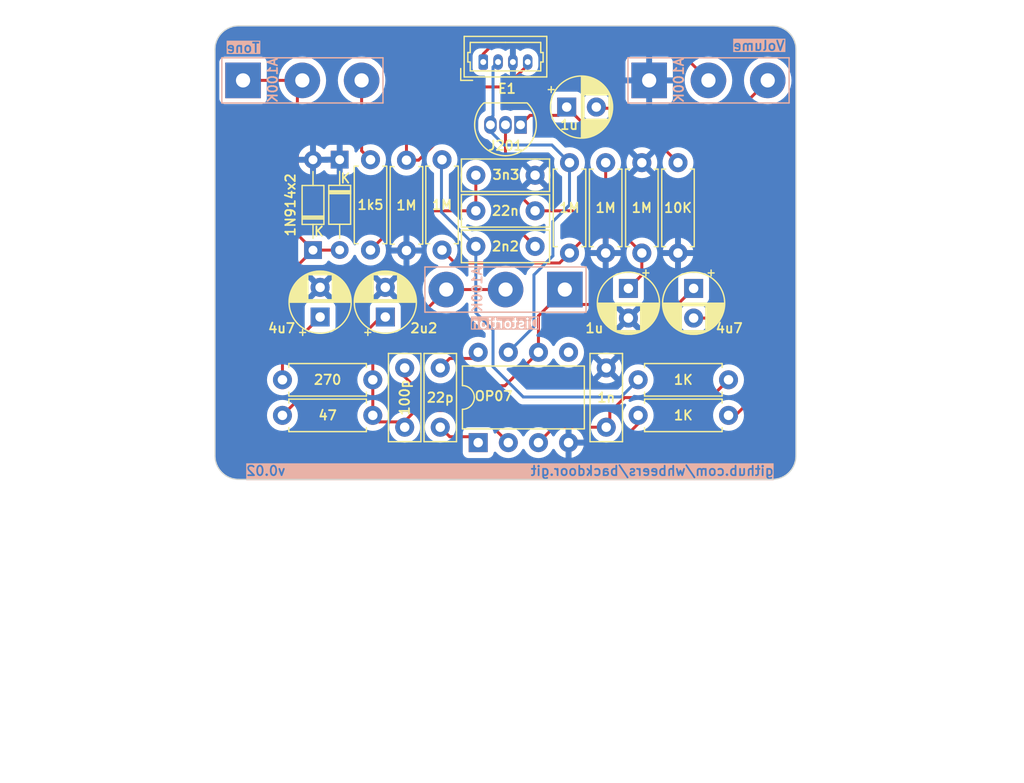
<source format=kicad_pcb>
(kicad_pcb (version 20221018) (generator pcbnew)
  (title_block (title "\"Backdoor\" Distortion effect") (date "2023-03-26") (rev "v0.02") (comment 1 "github.com/whbeers/backdoor.git"))
  (layers (0 "F.Cu" signal) (31 "B.Cu" power) (36 "B.SilkS" user "B.Silkscreen") (37 "F.SilkS" user "F.Silkscreen") (38 "B.Mask" user) (39 "F.Mask" user) (44 "Edge.Cuts" user))
  (net 0 "")
  (net 1 "/VREF")
  (net 2 "GND")
  (net 3 "/OA_NonInv")
  (net 4 "/EFFECT_IN")
  (net 5 "/OA_Inv")
  (net 6 "/OA_Out")
  (net 7 "Net-(C7-Pad1)")
  (net 8 "Net-(C8-Pad1)")
  (net 9 "Net-(C9-Pad2)")
  (net 10 "/DC_Biased")
  (net 11 "/OA_Comp2")
  (net 12 "Net-(C11-Pad1)")
  (net 13 "/OA_Comp1")
  (net 14 "/Pre-Buffer")
  (net 15 "/Pre-Volume")
  (net 16 "/EFFECT_OUT")
  (net 17 "/9V0")
  (net 18 "Net-(R10-Pad1)")
  (net 20 "/Clip")
  (net 21 "/Buffer_Out")
  (footprint "Resistor_THT:R_Axial_DIN0207_L6.3mm_D2.5mm_P7.62mm_Horizontal" (layer "F.Cu") (at 122.2 34.04 -90)
    (fp_text reference "R5")
    (fp_text value "1M" (at 3.81 0 -180) (layer "F.SilkS") (effects (font (size 0.8 0.8))))
    (pad "1" thru_hole circle (at 0 0 270) (size 1.6 1.6) (drill 0.8) (layers "*.Cu" "*.Mask") (net 14 "/Pre-Buffer"))
    (pad "2" thru_hole oval (at 7.62 0 270) (size 1.6 1.6) (drill 0.8) (layers "*.Cu" "*.Mask") (net 2 "GND"))
  )
  (footprint "Capacitor_THT:CP_Radial_D5.0mm_P2.50mm" (layer "F.Cu") (at 129.6175 44.644888 -90)
    (fp_text reference "C9")
    (fp_text value "4u7" (at 3.355112 -3 -180) (layer "F.SilkS") (effects (font (size 0.8 0.8))))
    (pad "1" thru_hole rect (at 0 0 270) (size 1.6 1.6) (drill 0.8) (layers "*.Cu" "*.Mask") (net 6 "/OA_Out"))
    (pad "2" thru_hole circle (at 2.5 0 270) (size 1.6 1.6) (drill 0.8) (layers "*.Cu" "*.Mask") (net 9 "Net-(C9-Pad2)"))
  )
  (footprint "Resistor_THT:R_Axial_DIN0207_L6.3mm_D2.5mm_P7.62mm_Horizontal" (layer "F.Cu") (at 124.94 52.35)
    (fp_text reference "R6")
    (fp_text value "1K" (at 3.81 0) (layer "F.SilkS") (effects (font (size 0.8 0.8))))
    (pad "1" thru_hole circle (at 0 0) (size 1.6 1.6) (drill 0.8) (layers "*.Cu" "*.Mask") (net 10 "/DC_Biased"))
    (pad "2" thru_hole oval (at 7.62 0) (size 1.6 1.6) (drill 0.8) (layers "*.Cu" "*.Mask") (net 3 "/OA_NonInv"))
  )
  (footprint "Capacitor_THT:CP_Radial_D5.0mm_P2.50mm" (layer "F.Cu") (at 103.6175 47.055113 90)
    (fp_text reference "C7")
    (fp_text value "2u2" (at -0.944887 3.25 180) (layer "F.SilkS") (effects (font (size 0.8 0.8))))
    (pad "1" thru_hole rect (at 0 0 90) (size 1.6 1.6) (drill 0.8) (layers "*.Cu" "*.Mask") (net 7 "Net-(C7-Pad1)"))
    (pad "2" thru_hole circle (at 2.5 0 90) (size 1.6 1.6) (drill 0.8) (layers "*.Cu" "*.Mask") (net 2 "GND"))
  )
  (footprint "backdoor:Molex_PicoBlade_53047-0410_1x04_P1.25mm_Vertical_with_3D_Model" (layer "F.Cu") (at 111.875 25.55)
    (fp_text reference "J1")
    (fp_text value "E1" (at 2 2.25) (layer "F.SilkS" knockout) (effects (font (size 0.8 0.8))))
    (pad "1" thru_hole roundrect (at 0 0) (size 0.8 1.3) (drill 0.5) (layers "*.Cu" "*.Mask") (net 16 "/EFFECT_OUT"))
    (pad "2" thru_hole oval (at 1.25 0) (size 0.8 1.3) (drill 0.5) (layers "*.Cu" "*.Mask") (net 17 "/9V0"))
    (pad "3" thru_hole oval (at 2.5 0) (size 0.8 1.3) (drill 0.5) (layers "*.Cu" "*.Mask") (net 2 "GND"))
    (pad "4" thru_hole oval (at 3.75 0) (size 0.8 1.3) (drill 0.5) (layers "*.Cu" "*.Mask") (net 4 "/EFFECT_IN"))
  )
  (footprint "Capacitor_THT:C_Rect_L7.2mm_W2.5mm_P5.00mm_FKS2_FKP2_MKS2_MKP2" (layer "F.Cu") (at 122.25 56.35 90)
    (fp_text reference "C2")
    (fp_text value "1n" (at 2.5 0 180) (layer "F.SilkS") (effects (font (size 0.8 0.8))))
    (pad "1" thru_hole circle (at 0 0 90) (size 1.6 1.6) (drill 0.8) (layers "*.Cu" "*.Mask") (net 3 "/OA_NonInv"))
    (pad "2" thru_hole circle (at 5 0 90) (size 1.6 1.6) (drill 0.8) (layers "*.Cu" "*.Mask") (net 2 "GND"))
  )
  (footprint "Capacitor_THT:CP_Radial_D5.0mm_P2.50mm" (layer "F.Cu") (at 124.1175 44.644888 -90)
    (fp_text reference "C1")
    (fp_text value "1u" (at 3.355112 2.8675 -180) (layer "F.SilkS") (effects (font (size 0.8 0.8))))
    (pad "1" thru_hole rect (at 0 0 270) (size 1.6 1.6) (drill 0.8) (layers "*.Cu" "*.Mask") (net 1 "/VREF"))
    (pad "2" thru_hole circle (at 2.5 0 270) (size 1.6 1.6) (drill 0.8) (layers "*.Cu" "*.Mask") (net 2 "GND"))
  )
  (footprint "Resistor_THT:R_Axial_DIN0207_L6.3mm_D2.5mm_P7.62mm_Horizontal" (layer "F.Cu") (at 119.15 41.66 90)
    (fp_text reference "R1")
    (fp_text value "1M" (at 3.81 0 180) (layer "F.SilkS") (effects (font (size 0.8 0.8))))
    (pad "1" thru_hole circle (at 0 0 90) (size 1.6 1.6) (drill 0.8) (layers "*.Cu" "*.Mask") (net 1 "/VREF"))
    (pad "2" thru_hole oval (at 7.62 0 90) (size 1.6 1.6) (drill 0.8) (layers "*.Cu" "*.Mask") (net 17 "/9V0"))
  )
  (footprint "Package_TO_SOT_THT:TO-92_Inline" (layer "F.Cu") (at 115.02 30.85 180)
    (fp_text reference "Q1")
    (fp_text value "J201" (at 1.27 -1.75) (layer "F.SilkS") (effects (font (size 0.8 0.8))))
    (pad "1" thru_hole rect (at 0 0 180) (size 1.05 1.5) (drill 0.75) (layers "*.Cu" "*.Mask") (net 21 "/Buffer_Out"))
    (pad "2" thru_hole oval (at 1.27 0 180) (size 1.05 1.5) (drill 0.75) (layers "*.Cu" "*.Mask") (net 14 "/Pre-Buffer"))
    (pad "3" thru_hole oval (at 2.54 0 180) (size 1.05 1.5) (drill 0.75) (layers "*.Cu" "*.Mask") (net 17 "/9V0"))
  )
  (footprint "Diode_THT:D_DO-34_SOD68_P7.62mm_Horizontal" (layer "F.Cu") (at 99.7675 33.785 -90)
    (fp_text reference "D1")
    (fp_text value "1N914")
    (fp_text user "K" (at 1.58 -0.48 -180) (layer "F.SilkS") (effects (font (size 0.8 0.8))))
    (pad "1" thru_hole rect (at 0 0 270) (size 1.5 1.5) (drill 0.75) (layers "*.Cu" "*.Mask") (net 2 "GND"))
    (pad "2" thru_hole oval (at 7.62 0 270) (size 1.5 1.5) (drill 0.75) (layers "*.Cu" "*.Mask") (net 20 "/Clip"))
  )
  (footprint "Capacitor_THT:C_Rect_L7.2mm_W2.5mm_P5.00mm_FKS2_FKP2_MKS2_MKP2" (layer "F.Cu") (at 111.25 35.1)
    (fp_text reference "C11")
    (fp_text value "3n3" (at 2.54 -0.04) (layer "F.SilkS") (effects (font (size 0.8 0.8))))
    (pad "1" thru_hole circle (at 0 0) (size 1.6 1.6) (drill 0.8) (layers "*.Cu" "*.Mask") (net 12 "Net-(C11-Pad1)"))
    (pad "2" thru_hole circle (at 5 0) (size 1.6 1.6) (drill 0.8) (layers "*.Cu" "*.Mask") (net 2 "GND"))
  )
  (footprint "Capacitor_THT:CP_Radial_D5.0mm_P2.50mm" (layer "F.Cu") (at 98.1175 47.055113 90)
    (fp_text reference "C8")
    (fp_text value "4u7" (at -0.944887 -3.25 180) (layer "F.SilkS") (effects (font (size 0.8 0.8))))
    (pad "1" thru_hole rect (at 0 0 90) (size 1.6 1.6) (drill 0.8) (layers "*.Cu" "*.Mask") (net 8 "Net-(C8-Pad1)"))
    (pad "2" thru_hole circle (at 2.5 0 90) (size 1.6 1.6) (drill 0.8) (layers "*.Cu" "*.Mask") (net 2 "GND"))
  )
  (footprint "Resistor_THT:R_Axial_DIN0207_L6.3mm_D2.5mm_P7.62mm_Horizontal" (layer "F.Cu") (at 102.3675 33.79 -90)
    (fp_text reference "R10")
    (fp_text value "1k5" (at 3.81 0 -180) (layer "F.SilkS") (effects (font (size 0.8 0.8))))
    (pad "1" thru_hole circle (at 0 0 270) (size 1.6 1.6) (drill 0.8) (layers "*.Cu" "*.Mask") (net 18 "Net-(R10-Pad1)"))
    (pad "2" thru_hole oval (at 7.62 0 270) (size 1.6 1.6) (drill 0.8) (layers "*.Cu" "*.Mask") (net 12 "Net-(C11-Pad1)"))
  )
  (footprint "Capacitor_THT:C_Rect_L7.2mm_W2.5mm_P5.00mm_FKS2_FKP2_MKS2_MKP2" (layer "F.Cu") (at 116.25 41.1 180)
    (fp_text reference "C4")
    (fp_text value "2n2" (at 2.5 0) (layer "F.SilkS") (effects (font (size 0.8 0.8))))
    (pad "1" thru_hole circle (at 0 0 180) (size 1.6 1.6) (drill 0.8) (layers "*.Cu" "*.Mask") (net 4 "/EFFECT_IN"))
    (pad "2" thru_hole circle (at 5 0 180) (size 1.6 1.6) (drill 0.8) (layers "*.Cu" "*.Mask") (net 10 "/DC_Biased"))
  )
  (footprint "Capacitor_THT:C_Rect_L7.2mm_W2.5mm_P5.00mm_FKS2_FKP2_MKS2_MKP2" (layer "F.Cu") (at 111.25 38.1)
    (fp_text reference "C12")
    (fp_text value "22n" (at 2.5 0) (layer "F.SilkS") (effects (font (size 0.8 0.8))))
    (pad "1" thru_hole circle (at 0 0) (size 1.6 1.6) (drill 0.8) (layers "*.Cu" "*.Mask") (net 12 "Net-(C11-Pad1)"))
    (pad "2" thru_hole circle (at 5 0) (size 1.6 1.6) (drill 0.8) (layers "*.Cu" "*.Mask") (net 14 "/Pre-Buffer"))
  )
  (footprint "Capacitor_THT:C_Rect_L7.2mm_W2.5mm_P5.00mm_FKS2_FKP2_MKS2_MKP2" (layer "F.Cu") (at 105.25 56.35 90)
    (fp_text reference "C6")
    (fp_text value "100p" (at 2.5 0 270) (layer "F.SilkS") (effects (font (size 0.8 0.8))))
    (pad "1" thru_hole circle (at 0 0 90) (size 1.6 1.6) (drill 0.8) (layers "*.Cu" "*.Mask") (net 5 "/OA_Inv"))
    (pad "2" thru_hole circle (at 5 0 90) (size 1.6 1.6) (drill 0.8) (layers "*.Cu" "*.Mask") (net 6 "/OA_Out"))
  )
  (footprint "Resistor_THT:R_Axial_DIN0207_L6.3mm_D2.5mm_P7.62mm_Horizontal" (layer "F.Cu") (at 102.56 55.35 180)
    (fp_text reference "R7")
    (fp_text value "47" (at 3.81 0) (layer "F.SilkS") (effects (font (size 0.8 0.8))))
    (pad "1" thru_hole circle (at 0 0 180) (size 1.6 1.6) (drill 0.8) (layers "*.Cu" "*.Mask") (net 5 "/OA_Inv"))
    (pad "2" thru_hole oval (at 7.62 0 180) (size 1.6 1.6) (drill 0.8) (layers "*.Cu" "*.Mask") (net 7 "Net-(C7-Pad1)"))
  )
  (footprint "Resistor_THT:R_Axial_DIN0207_L6.3mm_D2.5mm_P7.62mm_Horizontal" (layer "F.Cu") (at 102.56 52.35 180)
    (fp_text reference "R8")
    (fp_text value "270" (at 3.81 0) (layer "F.SilkS") (effects (font (size 0.8 0.8))))
    (pad "1" thru_hole circle (at 0 0 180) (size 1.6 1.6) (drill 0.8) (layers "*.Cu" "*.Mask") (net 5 "/OA_Inv"))
    (pad "2" thru_hole oval (at 7.62 0 180) (size 1.6 1.6) (drill 0.8) (layers "*.Cu" "*.Mask") (net 8 "Net-(C8-Pad1)"))
  )
  (footprint "Resistor_THT:R_Axial_DIN0207_L6.3mm_D2.5mm_P7.62mm_Horizontal" (layer "F.Cu") (at 128.3 34.04 -90)
    (fp_text reference "R11")
    (fp_text value "10K" (at 3.81 0 -180) (layer "F.SilkS") (effects (font (size 0.8 0.8))))
    (pad "1" thru_hole circle (at 0 0 270) (size 1.6 1.6) (drill 0.8) (layers "*.Cu" "*.Mask") (net 21 "/Buffer_Out"))
    (pad "2" thru_hole oval (at 7.62 0 270) (size 1.6 1.6) (drill 0.8) (layers "*.Cu" "*.Mask") (net 2 "GND"))
  )
  (footprint "Resistor_THT:R_Axial_DIN0207_L6.3mm_D2.5mm_P7.62mm_Horizontal" (layer "F.Cu") (at 132.56 55.35 180)
    (fp_text reference "R9")
    (fp_text value "1K" (at 3.81 0) (layer "F.SilkS") (effects (font (size 0.8 0.8))))
    (pad "1" thru_hole circle (at 0 0 180) (size 1.6 1.6) (drill 0.8) (layers "*.Cu" "*.Mask") (net 9 "Net-(C9-Pad2)"))
    (pad "2" thru_hole oval (at 7.62 0 180) (size 1.6 1.6) (drill 0.8) (layers "*.Cu" "*.Mask") (net 20 "/Clip"))
  )
  (footprint "Diode_THT:D_DO-34_SOD68_P7.62mm_Horizontal" (layer "F.Cu") (at 97.5175 41.415 90)
    (fp_text reference "D2")
    (fp_text value "1N914")
    (fp_text user "K" (at 1.565 0.5 180) (layer "F.SilkS") (effects (font (size 0.8 0.8))))
    (fp_text user "1N914x2" (at 3.815 -1.9 90 unlocked) (layer "F.SilkS") (effects (font (size 0.8 0.8))))
    (pad "1" thru_hole rect (at 0 0 90) (size 1.5 1.5) (drill 0.75) (layers "*.Cu" "*.Mask") (net 20 "/Clip"))
    (pad "2" thru_hole oval (at 7.62 0 90) (size 1.5 1.5) (drill 0.75) (layers "*.Cu" "*.Mask") (net 2 "GND"))
  )
  (footprint "Package_DIP:DIP-8_W7.62mm" (layer "F.Cu") (at 111.45 57.65 90)
    (fp_text reference "U1")
    (fp_text value "OP07" (at 3.927 1.3 180) (layer "F.SilkS") (effects (font (size 0.8 0.8))))
    (pad "1" thru_hole rect (at 0 0 90) (size 1.6 1.6) (drill 0.8) (layers "*.Cu" "*.Mask") (net 11 "/OA_Comp2"))
    (pad "2" thru_hole oval (at 0 2.54 90) (size 1.6 1.6) (drill 0.8) (layers "*.Cu" "*.Mask") (net 5 "/OA_Inv"))
    (pad "3" thru_hole oval (at 0 5.08 90) (size 1.6 1.6) (drill 0.8) (layers "*.Cu" "*.Mask") (net 3 "/OA_NonInv"))
    (pad "4" thru_hole oval (at 0 7.62 90) (size 1.6 1.6) (drill 0.8) (layers "*.Cu" "*.Mask") (net 2 "GND"))
    (pad "5" thru_hole oval (at 7.62 7.62 90) (size 1.6 1.6) (drill 0.8) (layers "*.Cu" "*.Mask"))
    (pad "6" thru_hole oval (at 7.62 5.08 90) (size 1.6 1.6) (drill 0.8) (layers "*.Cu" "*.Mask") (net 6 "/OA_Out"))
    (pad "7" thru_hole oval (at 7.62 2.54 90) (size 1.6 1.6) (drill 0.8) (layers "*.Cu" "*.Mask") (net 17 "/9V0"))
    (pad "8" thru_hole oval (at 7.62 0 90) (size 1.6 1.6) (drill 0.8) (layers "*.Cu" "*.Mask") (net 13 "/OA_Comp1"))
  )
  (footprint "Capacitor_THT:C_Rect_L7.2mm_W2.5mm_P5.00mm_FKS2_FKP2_MKS2_MKP2" (layer "F.Cu") (at 108.25 56.35 90)
    (fp_text reference "C10")
    (fp_text value "22p" (at 2.5 0 180) (layer "F.SilkS") (effects (font (size 0.8 0.8))))
    (pad "1" thru_hole circle (at 0 0 90) (size 1.6 1.6) (drill 0.8) (layers "*.Cu" "*.Mask") (net 11 "/OA_Comp2"))
    (pad "2" thru_hole circle (at 5 0 90) (size 1.6 1.6) (drill 0.8) (layers "*.Cu" "*.Mask") (net 13 "/OA_Comp1"))
  )
  (footprint "Resistor_THT:R_Axial_DIN0207_L6.3mm_D2.5mm_P7.62mm_Horizontal" (layer "F.Cu") (at 125.25 34.04 -90)
    (fp_text reference "R2")
    (fp_text value "1M" (at 3.81 0 -180) (layer "F.SilkS") (effects (font (size 0.8 0.8))))
    (pad "1" thru_hole circle (at 0 0 270) (size 1.6 1.6) (drill 0.8) (layers "*.Cu" "*.Mask") (net 2 "GND"))
    (pad "2" thru_hole oval (at 7.62 0 270) (size 1.6 1.6) (drill 0.8) (layers "*.Cu" "*.Mask") (net 1 "/VREF"))
  )
  (footprint "Resistor_THT:R_Axial_DIN0207_L6.3mm_D2.5mm_P7.62mm_Horizontal" (layer "F.Cu") (at 108.4 41.41 90)
    (fp_text reference "R4")
    (fp_text value "1M" (at 3.81 0 180) (layer "F.SilkS") (effects (font (size 0.8 0.8))))
    (pad "1" thru_hole circle (at 0 0 90) (size 1.6 1.6) (drill 0.8) (layers "*.Cu" "*.Mask") (net 1 "/VREF"))
    (pad "2" thru_hole oval (at 7.62 0 90) (size 1.6 1.6) (drill 0.8) (layers "*.Cu" "*.Mask") (net 10 "/DC_Biased"))
  )
  (footprint "Resistor_THT:R_Axial_DIN0207_L6.3mm_D2.5mm_P7.62mm_Horizontal" (layer "F.Cu") (at 105.4 33.83 -90)
    (fp_text reference "R3")
    (fp_text value "1M" (at 3.81 0) (layer "F.SilkS") (effects (font (size 0.8 0.8))))
    (pad "1" thru_hole circle (at 0 0 270) (size 1.6 1.6) (drill 0.8) (layers "*.Cu" "*.Mask") (net 4 "/EFFECT_IN"))
    (pad "2" thru_hole oval (at 7.62 0 270) (size 1.6 1.6) (drill 0.8) (layers "*.Cu" "*.Mask") (net 2 "GND"))
  )
  (footprint "Capacitor_THT:CP_Radial_D5.0mm_P2.50mm" (layer "F.Cu") (at 118.912388 29.35)
    (fp_text reference "C13")
    (fp_text value "1u" (at 0.205112 1.5) (layer "F.SilkS") (effects (font (size 0.8 0.8))))
    (pad "1" thru_hole rect (at 0 0) (size 1.6 1.6) (drill 0.8) (layers "*.Cu" "*.Mask") (net 21 "/Buffer_Out"))
    (pad "2" thru_hole circle (at 2.5 0) (size 1.6 1.6) (drill 0.8) (layers "*.Cu" "*.Mask") (net 15 "/Pre-Volume"))
  )
  (footprint "backdoor:Potentiometer_Single_3_Horizontal" (layer "B.Cu") (at 113.75 40.93 180)
    (fp_text reference "RV1")
    (fp_text value "A100K" (at 2.3825 -3.81 90 unlocked) (layer "B.SilkS") (effects (font (size 0.8 0.8)) (justify mirror)))
    (fp_text user "Distortion" (at 0.05 -6.67 unlocked) (layer "B.SilkS" knockout) (effects (font (size 0.8 0.8)) (justify mirror)))
    (pad "1" thru_hole rect (at -5.0075 -3.81 270) (size 3 3) (drill 1.2) (layers "*.Cu" "*.Mask") (net 6 "/OA_Out"))
    (pad "2" thru_hole circle (at -0.0075 -3.81 270) (size 3 3) (drill 1.2) (layers "*.Cu" "*.Mask") (net 5 "/OA_Inv"))
    (pad "3" thru_hole circle (at 4.9925 -3.81 270) (size 3 3) (drill 1.2) (layers "*.Cu" "*.Mask") (net 5 "/OA_Inv"))
  )
  (footprint "backdoor:Potentiometer_Single_3_Horizontal" (layer "B.Cu") (at 96.625 30.91)
    (fp_text reference "RV3")
    (fp_text value "A100K" (at -2.5075 -3.81 90 unlocked) (layer "B.SilkS") (effects (font (size 0.8 0.8)) (justify mirror)))
    (fp_text user "Tone" (at -5.0075 -6.56 unlocked) (layer "B.SilkS" knockout) (effects (font (size 0.8 0.8)) (justify mirror)))
    (pad "1" thru_hole rect (at -5.0075 -3.81 90) (size 3 3) (drill 1.2) (layers "*.Cu" "*.Mask") (net 20 "/Clip"))
    (pad "2" thru_hole circle (at -0.0075 -3.81 90) (size 3 3) (drill 1.2) (layers "*.Cu" "*.Mask") (net 20 "/Clip"))
    (pad "3" thru_hole circle (at 4.9925 -3.81 90) (size 3 3) (drill 1.2) (layers "*.Cu" "*.Mask") (net 18 "Net-(R10-Pad1)"))
  )
  (footprint "backdoor:Potentiometer_Single_3_Horizontal" (layer "B.Cu") (at 130.875 30.91)
    (fp_text reference "RV2")
    (fp_text value "A100K" (at -2.5075 -3.81 90 unlocked) (layer "B.SilkS") (effects (font (size 0.8 0.8)) (justify mirror)))
    (fp_text user "Volume" (at 4.2425 -6.7285 unlocked) (layer "B.SilkS" knockout) (effects (font (size 0.8 0.8)) (justify mirror)))
    (pad "1" thru_hole rect (at -5.0075 -3.81 90) (size 3 3) (drill 1.2) (layers "*.Cu" "*.Mask") (net 2 "GND"))
    (pad "2" thru_hole circle (at -0.0075 -3.81 90) (size 3 3) (drill 1.2) (layers "*.Cu" "*.Mask") (net 16 "/EFFECT_OUT"))
    (pad "3" thru_hole circle (at 4.9925 -3.81 90) (size 3 3) (drill 1.2) (layers "*.Cu" "*.Mask") (net 15 "/Pre-Volume"))
  )
  (gr_arc (start 136.25 22.5) (mid 137.664214 23.085786) (end 138.25 24.5) (stroke (width 0.1)) (layer "Edge.Cuts"))
  (gr_line (start 138.25 58.75) (end 138.25 24.5) (stroke (width 0.1)) (layer "Edge.Cuts"))
  (gr_line (start 91.25 22.5) (end 136.25 22.5) (stroke (width 0.1)) (layer "Edge.Cuts"))
  (gr_arc (start 91.25 60.75) (mid 89.835786 60.164214) (end 89.25 58.75) (stroke (width 0.1)) (layer "Edge.Cuts"))
  (gr_arc (start 89.25 24.5) (mid 89.835786 23.085786) (end 91.25 22.5) (stroke (width 0.1)) (layer "Edge.Cuts"))
  (gr_arc (start 138.25 58.75) (mid 137.664214 60.164214) (end 136.25 60.75) (stroke (width 0.1)) (layer "Edge.Cuts"))
  (gr_line (start 89.25 24.5) (end 89.25 58.75) (stroke (width 0.1)) (layer "Edge.Cuts"))
  (gr_line (start 91.25 60.75) (end 136.25 60.75) (stroke (width 0.1)) (layer "Edge.Cuts"))
  (gr_text "     ${COMMENT1}                                  ${REVISION}      " (at 139.5 60.5) (layer "B.SilkS" knockout) (effects (font (size 0.8 0.8)) (justify left bottom mirror)))
  (segment (start 120.51 40.3) (end 119.15 41.66) (width 0.25) (layer "F.Cu") (net 1))
  (segment (start 125.25 43.512388) (end 124.1175 44.644888) (width 0.25) (layer "F.Cu") (net 1))
  (segment (start 118.31 42.5) (end 109.49 42.5) (width 0.25) (layer "F.Cu") (net 1))
  (segment (start 123.89 40.3) (end 120.51 40.3) (width 0.25) (layer "F.Cu") (net 1))
  (segment (start 109.49 42.5) (end 108.4 41.41) (width 0.25) (layer "F.Cu") (net 1))
  (segment (start 125.25 41.66) (end 123.89 40.3) (width 0.25) (layer "F.Cu") (net 1))
  (segment (start 119.15 41.66) (end 118.31 42.5) (width 0.25) (layer "F.Cu") (net 1))
  (segment (start 125.25 41.66) (end 125.25 43.512388) (width 0.25) (layer "F.Cu") (net 1))
  (segment (start 117.83 56.35) (end 122.25 56.35) (width 0.25) (layer "F.Cu") (net 3))
  (segment (start 122.55 55.1) (end 123.8 53.85) (width 0.25) (layer "F.Cu") (net 3))
  (segment (start 122.55 56.05) (end 122.55 55.1) (width 0.25) (layer "F.Cu") (net 3))
  (segment (start 123.8 53.85) (end 131.06 53.85) (width 0.25) (layer "F.Cu") (net 3))
  (segment (start 122.25 56.35) (end 122.55 56.05) (width 0.25) (layer "F.Cu") (net 3))
  (segment (start 131.06 53.85) (end 132.56 52.35) (width 0.25) (layer "F.Cu") (net 3))
  (segment (start 116.53 57.65) (end 117.83 56.35) (width 0.25) (layer "F.Cu") (net 3))
  (segment (start 112.7 37.55) (end 116.25 41.1) (width 0.25) (layer "F.Cu") (net 4))
  (segment (start 107.8 27.65) (end 113.775 27.65) (width 0.25) (layer "F.Cu") (net 4))
  (segment (start 106.42 33.83) (end 108.2 32.05) (width 0.25) (layer "F.Cu") (net 4))
  (segment (start 113.775 27.65) (end 115.625 25.8) (width 0.25) (layer "F.Cu") (net 4))
  (segment (start 112.7 34.1) (end 112.7 37.55) (width 0.25) (layer "F.Cu") (net 4))
  (segment (start 108.2 32.05) (end 110.65 32.05) (width 0.25) (layer "F.Cu") (net 4))
  (segment (start 105.4 33.83) (end 105.4 30.05) (width 0.25) (layer "F.Cu") (net 4))
  (segment (start 110.65 32.05) (end 112.7 34.1) (width 0.25) (layer "F.Cu") (net 4))
  (segment (start 105.4 33.83) (end 106.42 33.83) (width 0.25) (layer "F.Cu") (net 4))
  (segment (start 105.4 30.05) (end 107.8 27.65) (width 0.25) (layer "F.Cu") (net 4))
  (segment (start 115.625 25.8) (end 115.625 25.55) (width 0.25) (layer "F.Cu") (net 4))
  (segment (start 105.25 55.95) (end 105.2 55.9) (width 0.25) (layer "F.Cu") (net 5))
  (segment (start 102.56 50.9375) (end 108.7575 44.74) (width 0.25) (layer "F.Cu") (net 5))
  (segment (start 111.29 54.95) (end 113.99 57.65) (width 0.25) (layer "F.Cu") (net 5))
  (segment (start 113.7575 44.74) (end 108.7575 44.74) (width 0.25) (layer "F.Cu") (net 5))
  (segment (start 103.11 55.9) (end 104.8 55.9) (width 0.25) (layer "F.Cu") (net 5))
  (segment (start 102.56 52.35) (end 102.56 50.9375) (width 0.25) (layer "F.Cu") (net 5))
  (segment (start 105.2 55.9) (end 106.15 54.95) (width 0.25) (layer "F.Cu") (net 5))
  (segment (start 106.15 54.95) (end 111.29 54.95) (width 0.25) (layer "F.Cu") (net 5))
  (segment (start 105.25 56.35) (end 105.25 55.95) (width 0.25) (layer "F.Cu") (net 5))
  (segment (start 104.8 55.9) (end 105.25 56.35) (width 0.25) (layer "F.Cu") (net 5))
  (segment (start 102.56 52.35) (end 102.56 55.35) (width 0.25) (layer "F.Cu") (net 5))
  (segment (start 102.56 55.35) (end 103.11 55.9) (width 0.25) (layer "F.Cu") (net 5))
  (segment (start 105.25 51.35) (end 105.25 52.1) (width 0.25) (layer "F.Cu") (net 6))
  (segment (start 113.71 52.85) (end 116.53 50.03) (width 0.25) (layer "F.Cu") (net 6))
  (segment (start 120.0175 46) (end 128.262388 46) (width 0.25) (layer "F.Cu") (net 6))
  (segment (start 116.53 50.03) (end 116.53 46.9675) (width 0.25) (layer "F.Cu") (net 6))
  (segment (start 105.25 52.1) (end 106 52.85) (width 0.25) (layer "F.Cu") (net 6))
  (segment (start 118.7575 44.74) (end 120.0175 46) (width 0.25) (layer "F.Cu") (net 6))
  (segment (start 106 52.85) (end 113.71 52.85) (width 0.25) (layer "F.Cu") (net 6))
  (segment (start 128.262388 46) (end 129.6175 44.644888) (width 0.25) (layer "F.Cu") (net 6))
  (segment (start 116.53 46.9675) (end 118.7575 44.74) (width 0.25) (layer "F.Cu") (net 6))
  (segment (start 94.94 55.35) (end 103.234887 47.055113) (width 0.25) (layer "F.Cu") (net 7))
  (segment (start 103.234887 47.055113) (end 103.6175 47.055113) (width 0.25) (layer "F.Cu") (net 7))
  (segment (start 94.94 50.232613) (end 98.1175 47.055113) (width 0.25) (layer "F.Cu") (net 8))
  (segment (start 94.94 52.35) (end 94.94 50.232613) (width 0.25) (layer "F.Cu") (net 8))
  (segment (start 132.244888 47.144888) (end 129.6175 47.144888) (width 0.25) (layer "F.Cu") (net 9))
  (segment (start 134.15 54.35) (end 134.15 49.05) (width 0.25) (layer "F.Cu") (net 9))
  (segment (start 133.15 55.35) (end 134.15 54.35) (width 0.25) (layer "F.Cu") (net 9))
  (segment (start 134.15 49.05) (end 132.244888 47.144888) (width 0.25) (layer "F.Cu") (net 9))
  (segment (start 132.56 55.35) (end 133.15 55.35) (width 0.25) (layer "F.Cu") (net 9))
  (segment (start 112.7 48.15) (end 112.7 51.25) (width 0.25) (layer "B.Cu") (net 10))
  (segment (start 112.7 51.25) (end 115.25 53.8) (width 0.25) (layer "B.Cu") (net 10))
  (segment (start 111.25 41.1) (end 108.35 38.2) (width 0.25) (layer "B.Cu") (net 10))
  (segment (start 108.35 38.2) (end 108.35 33.8075) (width 0.25) (layer "B.Cu") (net 10))
  (segment (start 111.25 46.7) (end 112.7 48.15) (width 0.25) (layer "B.Cu") (net 10))
  (segment (start 111.25 41.1) (end 111.25 46.7) (width 0.25) (layer "B.Cu") (net 10))
  (segment (start 123.49 53.8) (end 124.94 52.35) (width 0.25) (layer "B.Cu") (net 10))
  (segment (start 108.35 33.8075) (end 108.3675 33.79) (width 0.25) (layer "B.Cu") (net 10))
  (segment (start 115.25 53.8) (end 123.49 53.8) (width 0.25) (layer "B.Cu") (net 10))
  (segment (start 109.05 57.15) (end 110.95 57.15) (width 0.25) (layer "F.Cu") (net 11))
  (segment (start 108.25 56.35) (end 109.05 57.15) (width 0.25) (layer "F.Cu") (net 11))
  (segment (start 110.95 57.15) (end 111.45 57.65) (width 0.25) (layer "F.Cu") (net 11))
  (segment (start 105.6775 38.1) (end 111.25 38.1) (width 0.25) (layer "F.Cu") (net 12))
  (segment (start 111.25 35.1) (end 111.25 38.1) (width 0.25) (layer "F.Cu") (net 12))
  (segment (start 102.3675 41.41) (end 105.6775 38.1) (width 0.25) (layer "F.Cu") (net 12))
  (segment (start 109.05 50.55) (end 110.93 50.55) (width 0.25) (layer "F.Cu") (net 13))
  (segment (start 110.93 50.55) (end 111.45 50.03) (width 0.25) (layer "F.Cu") (net 13))
  (segment (start 108.25 51.35) (end 109.05 50.55) (width 0.25) (layer "F.Cu") (net 13))
  (segment (start 113.75 30.85) (end 113.75 35.6) (width 0.25) (layer "F.Cu") (net 14))
  (segment (start 116.25 38.1) (end 120.4 38.1) (width 0.25) (layer "F.Cu") (net 14))
  (segment (start 113.75 35.6) (end 116.25 38.1) (width 0.25) (layer "F.Cu") (net 14))
  (segment (start 122.2 36.3) (end 122.2 34.04) (width 0.25) (layer "F.Cu") (net 14))
  (segment (start 120.4 38.1) (end 122.2 36.3) (width 0.25) (layer "F.Cu") (net 14))
  (segment (start 121.512388 29.45) (end 133.55 29.45) (width 0.25) (layer "F.Cu") (net 15))
  (segment (start 121.412388 29.35) (end 121.512388 29.45) (width 0.25) (layer "F.Cu") (net 15))
  (segment (start 135.8675 27.1325) (end 135.8675 27.1) (width 0.25) (layer "F.Cu") (net 15))
  (segment (start 133.55 29.45) (end 135.8675 27.1325) (width 0.25) (layer "F.Cu") (net 15))
  (segment (start 112.65 24.1) (end 111.875 24.875) (width 0.25) (layer "F.Cu") (net 16))
  (segment (start 130.8675 27.1) (end 127.8675 24.1) (width 0.25) (layer "F.Cu") (net 16))
  (segment (start 111.875 24.875) (end 111.875 25.55) (width 0.25) (layer "F.Cu") (net 16))
  (segment (start 127.8675 24.1) (end 112.65 24.1) (width 0.25) (layer "F.Cu") (net 16))
  (segment (start 119.15 37.6) (end 119.15 34.04) (width 0.25) (layer "B.Cu") (net 17))
  (segment (start 117.75 41.9) (end 117.75 39) (width 0.25) (layer "B.Cu") (net 17))
  (segment (start 112.48 30.85) (end 112.48 30.3) (width 0.25) (layer "B.Cu") (net 17))
  (segment (start 117.75 39) (end 119.15 37.6) (width 0.25) (layer "B.Cu") (net 17))
  (segment (start 112.48 31.4) (end 112.48 30.85) (width 0.25) (layer "B.Cu") (net 17))
  (segment (start 113.63 32.55) (end 112.48 31.4) (width 0.25) (layer "B.Cu") (net 17))
  (segment (start 112.7 25.975) (end 113.125 25.55) (width 0.25) (layer "B.Cu") (net 17))
  (segment (start 117.66 32.55) (end 113.63 32.55) (width 0.25) (layer "B.Cu") (net 17))
  (segment (start 113.99 50.03) (end 116.15 47.87) (width 0.25) (layer "B.Cu") (net 17))
  (segment (start 116.15 47.87) (end 116.15 43.5) (width 0.25) (layer "B.Cu") (net 17))
  (segment (start 112.48 30.3) (end 112.7 30.08) (width 0.25) (layer "B.Cu") (net 17))
  (segment (start 116.15 43.5) (end 117.75 41.9) (width 0.25) (layer "B.Cu") (net 17))
  (segment (start 112.7 30.08) (end 112.7 25.975) (width 0.25) (layer "B.Cu") (net 17))
  (segment (start 119.15 34.04) (end 117.66 32.55) (width 0.25) (layer "B.Cu") (net 17))
  (segment (start 101.6175 27.1) (end 101.6175 33.04) (width 0.25) (layer "F.Cu") (net 18))
  (segment (start 101.6175 33.04) (end 102.3675 33.79) (width 0.25) (layer "F.Cu") (net 18))
  (segment (start 92.8 56.5) (end 95.7 59.4) (width 0.25) (layer "F.Cu") (net 20))
  (segment (start 96.6175 27.1) (end 96.2 27.5175) (width 0.25) (layer "F.Cu") (net 20))
  (segment (start 124.94 56.06) (end 124.94 55.35) (width 0.25) (layer "F.Cu") (net 20))
  (segment (start 121.6 59.4) (end 124.94 56.06) (width 0.25) (layer "F.Cu") (net 20))
  (segment (start 91.6175 27.1) (end 96.6175 27.1) (width 0.25) (layer "F.Cu") (net 20))
  (segment (start 97.5175 41.415) (end 92.8 46.1325) (width 0.25) (layer "F.Cu") (net 20))
  (segment (start 99.7575 41.415) (end 99.7675 41.405) (width 0.25) (layer "F.Cu") (net 20))
  (segment (start 97.5175 41.415) (end 99.7575 41.415) (width 0.25) (layer "F.Cu") (net 20))
  (segment (start 92.8 46.1325) (end 92.8 56.5) (width 0.25) (layer "F.Cu") (net 20))
  (segment (start 96.2 40.0975) (end 97.5175 41.415) (width 0.25) (layer "F.Cu") (net 20))
  (segment (start 96.2 27.5175) (end 96.2 40.0975) (width 0.25) (layer "F.Cu") (net 20))
  (segment (start 95.7 59.4) (end 121.6 59.4) (width 0.25) (layer "F.Cu") (net 20))
  (segment (start 125.91 31.65) (end 121.212388 31.65) (width 0.25) (layer "F.Cu") (net 21))
  (segment (start 121.212388 31.65) (end 118.912388 29.35) (width 0.25) (layer "F.Cu") (net 21))
  (segment (start 128.3 34.04) (end 125.91 31.65) (width 0.25) (layer "F.Cu") (net 21))
  (segment (start 118.212388 30.05) (end 118.912388 29.35) (width 0.25) (layer "F.Cu") (net 21))
  (segment (start 115.82 30.05) (end 118.212388 30.05) (width 0.25) (layer "F.Cu") (net 21))
  (segment (start 115.02 30.85) (end 115.82 30.05) (width 0.25) (layer "F.Cu") (net 21))
  (zone (net 2) (net_name "GND") (layer "B.Cu") (connect_pads (clearance 0.5)) (min_thickness 0.25) (fill yes (thermal_gap 0.5) (thermal_bridge_width 0.5))
    (polygon (pts (xy 71.12 20.32) (xy 157.48 20.32) (xy 157.48 86.36) (xy 71.12 86.36)))
  )
)
</source>
